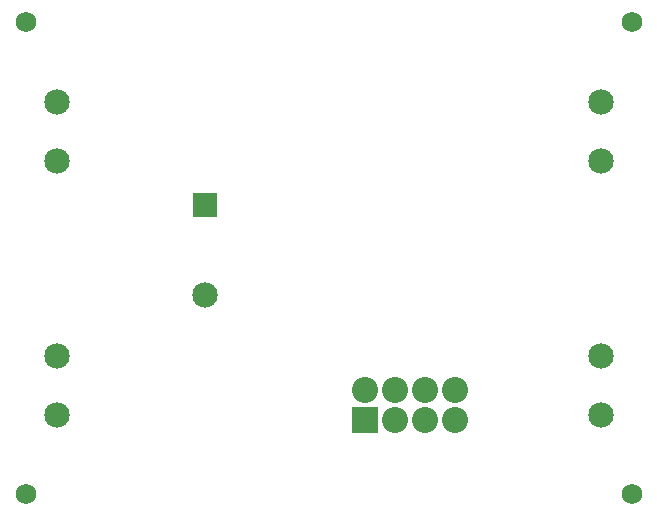
<source format=gbr>
%TF.GenerationSoftware,Altium Limited,Altium Designer,21.8.1 (53)*%
G04 Layer_Color=16711935*
%FSLAX43Y43*%
%MOMM*%
%TF.SameCoordinates,7B22A04A-8AF3-4E57-AB0C-0AC604AFDBEB*%
%TF.FilePolarity,Negative*%
%TF.FileFunction,Soldermask,Bot*%
%TF.Part,Single*%
G01*
G75*
%TA.AperFunction,ComponentPad*%
%ADD18C,2.203*%
%ADD19R,2.203X2.203*%
%ADD20R,2.153X2.153*%
%ADD21C,2.153*%
%TA.AperFunction,ViaPad*%
%ADD22C,1.727*%
D18*
X39792Y12310D02*
D03*
Y9770D02*
D03*
X37252Y12310D02*
D03*
Y9770D02*
D03*
X34712Y12310D02*
D03*
Y9770D02*
D03*
X32172Y12310D02*
D03*
D19*
Y9770D02*
D03*
D20*
X18650Y28030D02*
D03*
D21*
Y20410D02*
D03*
X52200Y15250D02*
D03*
Y10250D02*
D03*
X6100Y31750D02*
D03*
Y36750D02*
D03*
X52200D02*
D03*
Y31750D02*
D03*
X6100Y10250D02*
D03*
Y15250D02*
D03*
D22*
X3500Y43500D02*
D03*
Y3500D02*
D03*
X54800D02*
D03*
Y43500D02*
D03*
%TF.MD5,ae9ae299a0e729ef94156cec5150cebb*%
M02*

</source>
